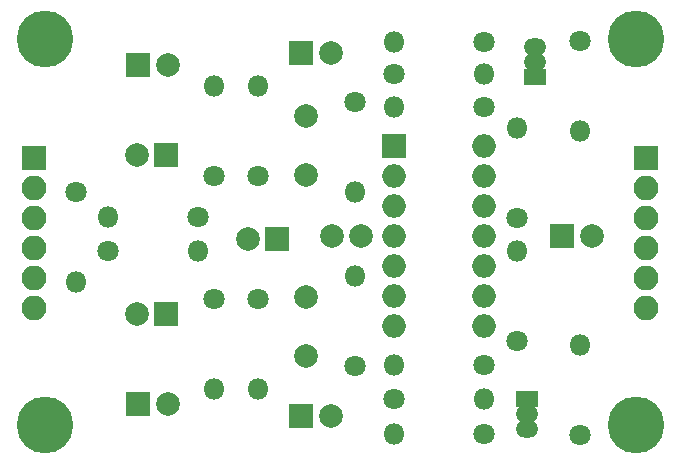
<source format=gbr>
G04 #@! TF.GenerationSoftware,KiCad,Pcbnew,(5.0.0-3-g5ebb6b6)*
G04 #@! TF.CreationDate,2018-10-06T14:24:39-07:00*
G04 #@! TF.ProjectId,Mega Amp,4D65676120416D702E6B696361645F70,v0*
G04 #@! TF.SameCoordinates,Original*
G04 #@! TF.FileFunction,Soldermask,Top*
G04 #@! TF.FilePolarity,Negative*
%FSLAX46Y46*%
G04 Gerber Fmt 4.6, Leading zero omitted, Abs format (unit mm)*
G04 Created by KiCad (PCBNEW (5.0.0-3-g5ebb6b6)) date Saturday, October 06, 2018 at 02:24:39 PM*
%MOMM*%
%LPD*%
G01*
G04 APERTURE LIST*
%ADD10C,4.800000*%
%ADD11O,1.800000X1.800000*%
%ADD12C,1.800000*%
%ADD13C,2.000000*%
%ADD14R,2.000000X2.000000*%
%ADD15R,1.900000X1.450000*%
%ADD16O,1.900000X1.450000*%
%ADD17R,2.100000X2.100000*%
%ADD18O,2.100000X2.100000*%
%ADD19O,2.000000X2.000000*%
G04 APERTURE END LIST*
D10*
G04 #@! TO.C,REF\002A\002A*
X79629000Y-82423000D03*
G04 #@! TD*
G04 #@! TO.C,REF\002A\002A*
X129667000Y-82423000D03*
G04 #@! TD*
G04 #@! TO.C,REF\002A\002A*
X79629000Y-115062000D03*
G04 #@! TD*
D11*
G04 #@! TO.C,R13*
X109220000Y-88138000D03*
D12*
X116840000Y-88138000D03*
G04 #@! TD*
G04 #@! TO.C,R14*
X116840000Y-82650000D03*
D11*
X109220000Y-82650000D03*
G04 #@! TD*
G04 #@! TO.C,R15*
X124968000Y-90170000D03*
D12*
X124968000Y-82550000D03*
G04 #@! TD*
D11*
G04 #@! TO.C,R16*
X116840000Y-112928400D03*
D12*
X109220000Y-112928400D03*
G04 #@! TD*
G04 #@! TO.C,R17*
X116840000Y-110032800D03*
D11*
X109220000Y-110032800D03*
G04 #@! TD*
G04 #@! TO.C,R18*
X109220000Y-115824000D03*
D12*
X116840000Y-115824000D03*
G04 #@! TD*
G04 #@! TO.C,R19*
X124968000Y-115924000D03*
D11*
X124968000Y-108304000D03*
G04 #@! TD*
D13*
G04 #@! TO.C,C1*
X90051241Y-84582000D03*
D14*
X87551241Y-84582000D03*
G04 #@! TD*
G04 #@! TO.C,C2*
X89916000Y-92202400D03*
D13*
X87416000Y-92202400D03*
G04 #@! TD*
D14*
G04 #@! TO.C,C3*
X89916000Y-105663600D03*
D13*
X87416000Y-105663600D03*
G04 #@! TD*
G04 #@! TO.C,C4*
X90051241Y-113284000D03*
D14*
X87551241Y-113284000D03*
G04 #@! TD*
G04 #@! TO.C,C5*
X99314000Y-99314000D03*
D13*
X96814000Y-99314000D03*
G04 #@! TD*
G04 #@! TO.C,C6*
X101788666Y-93900000D03*
X101788666Y-88900000D03*
G04 #@! TD*
G04 #@! TO.C,C7*
X101788666Y-109220000D03*
X101788666Y-104220000D03*
G04 #@! TD*
D14*
G04 #@! TO.C,C8*
X123444000Y-99060000D03*
D13*
X125944000Y-99060000D03*
G04 #@! TD*
G04 #@! TO.C,C10*
X103846000Y-83566000D03*
D14*
X101346000Y-83566000D03*
G04 #@! TD*
D13*
G04 #@! TO.C,C11*
X103846000Y-114300000D03*
D14*
X101346000Y-114300000D03*
G04 #@! TD*
D11*
G04 #@! TO.C,R1*
X82296000Y-102997000D03*
D12*
X82296000Y-95377000D03*
G04 #@! TD*
G04 #@! TO.C,R2*
X97659333Y-93980000D03*
D11*
X97659333Y-86360000D03*
G04 #@! TD*
D12*
G04 #@! TO.C,R3*
X93980000Y-93980000D03*
D11*
X93980000Y-86360000D03*
G04 #@! TD*
D12*
G04 #@! TO.C,R4*
X93980000Y-104394000D03*
D11*
X93980000Y-112014000D03*
G04 #@! TD*
D12*
G04 #@! TO.C,R5*
X97659333Y-104394000D03*
D11*
X97659333Y-112014000D03*
G04 #@! TD*
G04 #@! TO.C,R7*
X84963000Y-97472800D03*
D12*
X92583000Y-97472800D03*
G04 #@! TD*
D11*
G04 #@! TO.C,R8*
X105918000Y-95404000D03*
D12*
X105918000Y-87784000D03*
G04 #@! TD*
G04 #@! TO.C,R9*
X105918000Y-110132800D03*
D11*
X105918000Y-102512800D03*
G04 #@! TD*
G04 #@! TO.C,R10*
X119634000Y-89916000D03*
D12*
X119634000Y-97536000D03*
G04 #@! TD*
G04 #@! TO.C,R11*
X119634000Y-107950000D03*
D11*
X119634000Y-100330000D03*
G04 #@! TD*
G04 #@! TO.C,R12*
X116840000Y-85394000D03*
D12*
X109220000Y-85394000D03*
G04 #@! TD*
D15*
G04 #@! TO.C,Q1*
X121158000Y-85600000D03*
D16*
X121158000Y-83060000D03*
X121158000Y-84330000D03*
G04 #@! TD*
G04 #@! TO.C,Q2*
X120438000Y-114144000D03*
X120438000Y-115414000D03*
D15*
X120438000Y-112874000D03*
G04 #@! TD*
D17*
G04 #@! TO.C,J2*
X130556000Y-92456000D03*
D18*
X130556000Y-94996000D03*
X130556000Y-97536000D03*
X130556000Y-100076000D03*
X130556000Y-102616000D03*
X130556000Y-105156000D03*
G04 #@! TD*
D14*
G04 #@! TO.C,U1*
X109220000Y-91440000D03*
D19*
X116840000Y-106680000D03*
X109220000Y-93980000D03*
X116840000Y-104140000D03*
X109220000Y-96520000D03*
X116840000Y-101600000D03*
X109220000Y-99060000D03*
X116840000Y-99060000D03*
X109220000Y-101600000D03*
X116840000Y-96520000D03*
X109220000Y-104140000D03*
X116840000Y-93980000D03*
X109220000Y-106680000D03*
X116840000Y-91440000D03*
G04 #@! TD*
D13*
G04 #@! TO.C,C9*
X106426000Y-99060000D03*
X103926000Y-99060000D03*
G04 #@! TD*
D12*
G04 #@! TO.C,R6*
X84963000Y-100393200D03*
D11*
X92583000Y-100393200D03*
G04 #@! TD*
D18*
G04 #@! TO.C,J1*
X78740000Y-105156000D03*
X78740000Y-102616000D03*
X78740000Y-100076000D03*
X78740000Y-97536000D03*
X78740000Y-94996000D03*
D17*
X78740000Y-92456000D03*
G04 #@! TD*
D10*
G04 #@! TO.C,REF\002A\002A*
X129667000Y-115062000D03*
G04 #@! TD*
M02*

</source>
